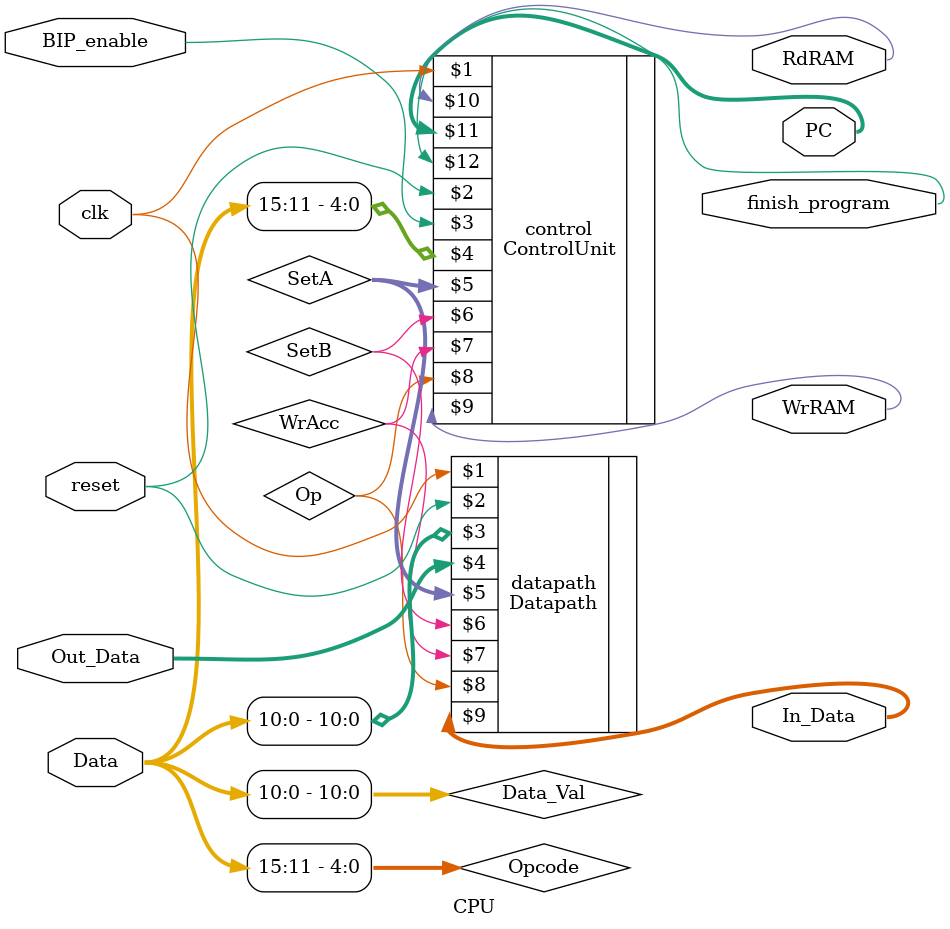
<source format=v>
`timescale 1ns / 1ps


module CPU(
    input BIP_enable, clk, reset,
    input [15:0] Data, Out_Data,
    output [15:0] In_Data,
    output [10:0] PC,
    output WrRAM, RdRAM, finish_program
    );
    
    wire[4:0] Opcode;
    wire [10:0] Data_Val;
    wire[1:0] SetA;
    wire SetB, WrAcc, Op;
    
    
    ControlUnit control(clk, reset, BIP_enable, Opcode, SetA, SetB,
                        WrAcc,Op, WrRAM, RdRAM, PC, finish_program);
                        
    Datapath datapath(clk, reset,Data_Val, Out_Data, SetA, SetB, WrAcc,
                      Op, In_Data);
    
     
    assign Opcode = Data[15:11];
    assign Data_Val = Data[10:0];
 
endmodule

</source>
